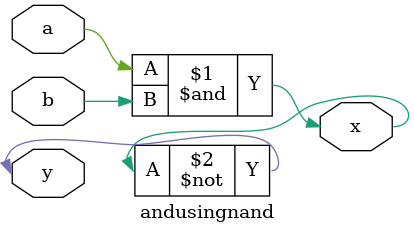
<source format=v>
module andusingnand
(
    input a,
    input b,
    inout y,
    output x
);

assign y = ~(a & b);
assign x = ~(y & y);

endmodule
</source>
